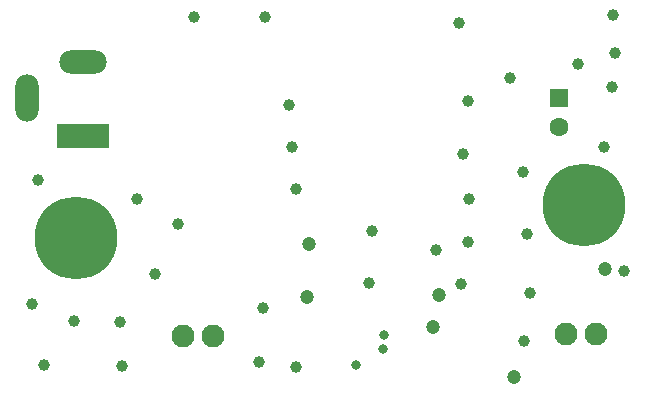
<source format=gbl>
G04 #@! TF.GenerationSoftware,KiCad,Pcbnew,7.0.5-0*
G04 #@! TF.CreationDate,2023-12-12T17:49:23-05:00*
G04 #@! TF.ProjectId,PierogiNixiePSU,50696572-6f67-4694-9e69-786965505355,rev?*
G04 #@! TF.SameCoordinates,Original*
G04 #@! TF.FileFunction,Copper,L4,Bot*
G04 #@! TF.FilePolarity,Positive*
%FSLAX46Y46*%
G04 Gerber Fmt 4.6, Leading zero omitted, Abs format (unit mm)*
G04 Created by KiCad (PCBNEW 7.0.5-0) date 2023-12-12 17:49:23*
%MOMM*%
%LPD*%
G01*
G04 APERTURE LIST*
G04 #@! TA.AperFunction,ComponentPad*
%ADD10C,1.950000*%
G04 #@! TD*
G04 #@! TA.AperFunction,ComponentPad*
%ADD11C,0.800000*%
G04 #@! TD*
G04 #@! TA.AperFunction,ComponentPad*
%ADD12C,7.000000*%
G04 #@! TD*
G04 #@! TA.AperFunction,ComponentPad*
%ADD13R,1.600000X1.600000*%
G04 #@! TD*
G04 #@! TA.AperFunction,ComponentPad*
%ADD14C,1.600000*%
G04 #@! TD*
G04 #@! TA.AperFunction,ComponentPad*
%ADD15R,4.500000X2.000000*%
G04 #@! TD*
G04 #@! TA.AperFunction,ComponentPad*
%ADD16O,4.000000X2.000000*%
G04 #@! TD*
G04 #@! TA.AperFunction,ComponentPad*
%ADD17O,2.000000X4.000000*%
G04 #@! TD*
G04 #@! TA.AperFunction,ViaPad*
%ADD18C,0.800000*%
G04 #@! TD*
G04 #@! TA.AperFunction,ViaPad*
%ADD19C,1.200000*%
G04 #@! TD*
G04 #@! TA.AperFunction,ViaPad*
%ADD20C,1.000000*%
G04 #@! TD*
G04 APERTURE END LIST*
D10*
X131260000Y-117100000D03*
X133800000Y-117100000D03*
D11*
X162631155Y-105943845D03*
X163400000Y-104087690D03*
X163400000Y-107800000D03*
X165256155Y-103318845D03*
D12*
X165256155Y-105943845D03*
D11*
X165256155Y-108568845D03*
X167112310Y-104087690D03*
X167112310Y-107800000D03*
X167881155Y-105943845D03*
D13*
X163100000Y-96900000D03*
D14*
X163100000Y-99400000D03*
D10*
X163730000Y-116900000D03*
X166270000Y-116900000D03*
D15*
X122800000Y-100100000D03*
D16*
X122800000Y-93900000D03*
D17*
X118100000Y-96900000D03*
D11*
X119575000Y-108800000D03*
X120343845Y-106943845D03*
X120343845Y-110656155D03*
X122200000Y-106175000D03*
D12*
X122200000Y-108800000D03*
D11*
X122200000Y-111425000D03*
X124056155Y-106943845D03*
X124056155Y-110656155D03*
X124825000Y-108800000D03*
D18*
X148300000Y-117000000D03*
D19*
X141800000Y-113800000D03*
D20*
X126000000Y-115900000D03*
D18*
X145900000Y-119500000D03*
D20*
X138200000Y-90100000D03*
X154800000Y-112700000D03*
D18*
X148200000Y-118200000D03*
D20*
X160700000Y-113400000D03*
X137700000Y-119300000D03*
X152700000Y-109800000D03*
X167600000Y-96000000D03*
X155500000Y-105500000D03*
X168600000Y-111600000D03*
X147000000Y-112600000D03*
X166900000Y-101100000D03*
X128900000Y-111800000D03*
D19*
X153000000Y-113600000D03*
D20*
X164700000Y-94000000D03*
X140300000Y-97500000D03*
D19*
X142000000Y-109300000D03*
D20*
X155400000Y-109100000D03*
X119500000Y-119500000D03*
X127400000Y-105500000D03*
X155000000Y-101700000D03*
D19*
X167000000Y-111400000D03*
D20*
X160400000Y-108400000D03*
X147300000Y-108200000D03*
X119000000Y-103900000D03*
X140900000Y-119700000D03*
D19*
X159300000Y-120500000D03*
D20*
X132200000Y-90100000D03*
X138100000Y-114700000D03*
X160100000Y-103200000D03*
X122100000Y-115800000D03*
X140900000Y-104600000D03*
X118500000Y-114400000D03*
X140500000Y-101100000D03*
X130900000Y-107600000D03*
D19*
X152500000Y-116300000D03*
D20*
X160200000Y-117500000D03*
X159000000Y-95200000D03*
X155400000Y-97200000D03*
X154700000Y-90600000D03*
X167900000Y-93100000D03*
X167700000Y-89900000D03*
X126100000Y-119600000D03*
M02*

</source>
